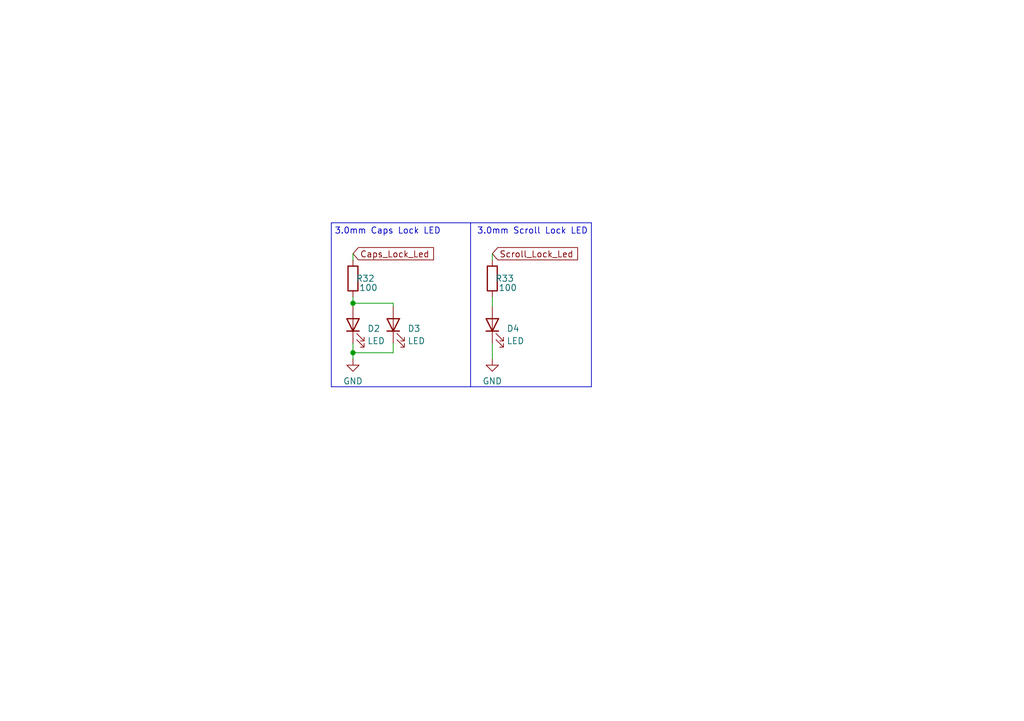
<source format=kicad_sch>
(kicad_sch (version 20230121) (generator eeschema)
  (paper "A5")
  (title_block (title "RF_R1_8-9Xu PCB") (date "2023-11-23") (rev "1.2") (company "LU.SV Solutions") (comment 1 "Cipulot PCB Design") (comment 2 "Cipulot") (comment 3 "GNU General Public License v3.0 "))
  (lib_symbols
    (symbol "Device:LED" (pin_numbers hide) (pin_names (offset 1.016) hide)
      (property "Reference" "D" (at 0 2.54 0))
      (property "Value" "LED" (at 0 -2.54 0))
      (symbol "LED_0_1"
        (polyline (pts (xy -1.27 -1.27) (xy -1.27 1.27)) (stroke (width 0.254)))
        (polyline (pts (xy -1.27 0) (xy 1.27 0)))
        (polyline (pts (xy 1.27 -1.27) (xy 1.27 1.27) (xy -1.27 0) (xy 1.27 -1.27)) (stroke (width 0.254)))
        (polyline (pts (xy -3.048 -0.762) (xy -4.572 -2.286) (xy -3.81 -2.286) (xy -4.572 -2.286) (xy -4.572 -1.524)))
        (polyline (pts (xy -1.778 -0.762) (xy -3.302 -2.286) (xy -2.54 -2.286) (xy -3.302 -2.286) (xy -3.302 -1.524)))
      )
      (symbol "LED_1_1"
        (pin passive line (at -3.81 0 0) (length 2.54) (name "K") (number "1"))
        (pin passive line (at 3.81 0 180) (length 2.54) (name "A") (number "2"))
      )
    )
    (symbol "Device:R" (pin_numbers hide) (pin_names (offset 0))
      (property "Reference" "R" (at 2.032 0 90))
      (property "Value" "R" (at 0 0 90))
      (symbol "R_0_1"
        (rectangle (start -1.016 -2.54) (end 1.016 2.54) (stroke (width 0.254)))
      )
      (symbol "R_1_1"
        (pin passive line (at 0 3.81 270) (length 1.27) (name "~") (number "1"))
        (pin passive line (at 0 -3.81 90) (length 1.27) (name "~") (number "2"))
      )
    )
    (symbol "power:GND" (power) (pin_names (offset 0))
      (property "Value" "GND" (at 0 -3.81 0))
      (symbol "GND_0_1"
        (polyline (pts (xy 0 0) (xy 0 -1.27) (xy 1.27 -1.27) (xy 0 -2.54) (xy -1.27 -1.27) (xy 0 -1.27)))
      )
      (symbol "GND_1_1"
        (pin power_in line (at 0 0 270) (length 0) hide (name "GND") (number "1"))
      )
    )
  )
  (junction (at 72.39 62.23))
  (junction (at 72.39 72.39))
  (polyline (pts (xy 67.945 79.375) (xy 121.285 79.375)))
  (wire (pts (xy 72.39 62.23) (xy 72.39 62.865)))
  (wire (pts (xy 72.39 52.07) (xy 72.39 53.34)))
  (wire (pts (xy 80.645 72.39) (xy 80.645 70.485)))
  (polyline (pts (xy 96.52 45.72) (xy 96.52 79.375)))
  (polyline (pts (xy 67.945 45.72) (xy 67.945 79.375)))
  (wire (pts (xy 72.39 60.96) (xy 72.39 62.23)))
  (wire (pts (xy 100.965 60.96) (xy 100.965 62.865)))
  (wire (pts (xy 72.39 70.485) (xy 72.39 72.39)))
  (wire (pts (xy 100.965 52.07) (xy 100.965 53.34)))
  (wire (pts (xy 100.965 70.485) (xy 100.965 73.66)))
  (wire (pts (xy 80.645 62.23) (xy 80.645 62.865)))
  (polyline (pts (xy 121.285 79.375) (xy 121.285 45.72)))
  (wire (pts (xy 72.39 72.39) (xy 72.39 73.66)))
  (wire (pts (xy 72.39 72.39) (xy 80.645 72.39)))
  (wire (pts (xy 72.39 62.23) (xy 80.645 62.23)))
  (polyline (pts (xy 67.945 45.72) (xy 121.285 45.72)))
  (text "3.0mm Scroll Lock LED" (at 97.79 48.26 0) (effects (font (size 1.27 1.27)) (justify left bottom)))
  (text "3.0mm Caps Lock LED" (at 68.58 48.26 0) (effects (font (size 1.27 1.27)) (justify left bottom)))
  (global_label "Scroll_Lock_Led" (shape input) (at 100.965 52.07 0) (property "Intersheetrefs" "${INTERSHEET_REFS}" (effects hide)))
  (global_label "Caps_Lock_Led" (shape input) (at 72.39 52.07 0) (property "Intersheetrefs" "${INTERSHEET_REFS}" (effects hide)))
  (symbol (lib_id "Device:R") (at 100.965 57.15 180) (unit 1)
    (property "Reference" "R33" (at 103.505 57.15 0))
    (property "Value" "100" (at 104.14 59.055 0))
    (property "Footprint" "Resistor_SMD:R_0402_1005Metric" (effects hide))
    (property "LCSC" "C25076" (effects hide))
    (property "MPN" "0402WGF1000TCE" (effects hide))
  )
  (symbol (lib_id "Device:LED") (at 80.645 66.675 90) (unit 1)
    (property "Reference" "D3" (at 83.566 67.4278 90) (effects (justify right)))
    (property "Value" "LED" (at 83.566 69.9647 90) (effects (justify right)))
    (property "Footprint" "LED_THT:LED_D3.0mm" (effects hide))
  )
  (symbol (lib_id "power:GND") (at 100.965 73.66 0) (unit 1)
    (property "Reference" "#PWR072" (effects hide))
    (property "Value" "GND" (at 100.965 78.2225 0))
  )
  (symbol (lib_id "Device:LED") (at 72.39 66.675 90) (unit 1)
    (property "Reference" "D2" (at 75.311 67.4278 90) (effects (justify right)))
    (property "Value" "LED" (at 75.311 69.9647 90) (effects (justify right)))
    (property "Footprint" "LED_THT:LED_D3.0mm" (effects hide))
  )
  (symbol (lib_id "power:GND") (at 72.39 73.66 0) (unit 1)
    (property "Reference" "#PWR071" (effects hide))
    (property "Value" "GND" (at 72.39 78.2225 0))
  )
  (symbol (lib_id "Device:R") (at 72.39 57.15 180) (unit 1)
    (property "Reference" "R32" (at 74.93 57.15 0))
    (property "Value" "100" (at 75.565 59.055 0))
    (property "Footprint" "Resistor_SMD:R_0402_1005Metric" (effects hide))
    (property "LCSC" "C25076" (effects hide))
    (property "MPN" "0402WGF1000TCE" (effects hide))
  )
  (symbol (lib_id "Device:LED") (at 100.965 66.675 90) (unit 1)
    (property "Reference" "D4" (at 103.886 67.4278 90) (effects (justify right)))
    (property "Value" "LED" (at 103.886 69.9647 90) (effects (justify right)))
    (property "Footprint" "LED_THT:LED_D3.0mm" (effects hide))
  )
)
</source>
